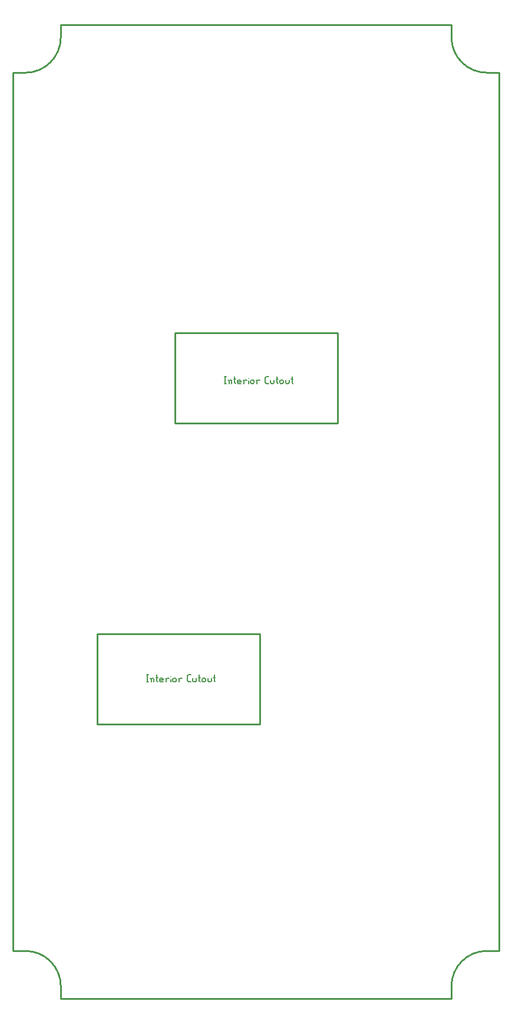
<source format=gbr>
G04 start of page 4 for group 2 idx 2 *
G04 Title: (unknown), outline *
G04 Creator: pcb 20140316 *
G04 CreationDate: Tue 22 Aug 2017 02:05:26 AM GMT UTC *
G04 For: railfan *
G04 Format: Gerber/RS-274X *
G04 PCB-Dimensions (mil): 2750.00 5500.00 *
G04 PCB-Coordinate-Origin: lower left *
%MOIN*%
%FSLAX25Y25*%
%LNOUTLINE*%
%ADD77C,0.0060*%
%ADD76C,0.0100*%
G54D76*X7000Y523000D02*X0D01*
X27000Y543000D02*Y550000D01*
X248000D01*
Y543000D01*
X268000Y523000D02*X275000D01*
X248000Y0D02*X27000D01*
Y7000D01*
X47500Y206000D02*Y155000D01*
X7000Y27000D02*X0D01*
Y523000D01*
X183500Y376000D02*Y325000D01*
X91500D01*
Y376000D01*
X183500D01*
X47500Y206000D02*X139500D01*
Y155000D01*
X47500D02*X139500D01*
X275000Y523000D02*Y27000D01*
X268000D01*
X248000Y7000D02*Y0D01*
X27000Y543000D02*G75*G02X7000Y523000I-20000J0D01*G01*
X268000D02*G75*G02X248000Y543000I0J20000D01*G01*
Y7000D02*G75*G02X268000Y27000I20000J0D01*G01*
X7000D02*G75*G02X27000Y7000I0J-20000D01*G01*
G54D77*X119500Y351500D02*X120500D01*
X120000D02*Y347500D01*
X119500D02*X120500D01*
X122200Y349000D02*Y347500D01*
Y349000D02*X122700Y349500D01*
X123200D01*
X123700Y349000D01*
Y347500D01*
X121700Y349500D02*X122200Y349000D01*
X125400Y351500D02*Y348000D01*
X125900Y347500D01*
X124900Y350000D02*X125900D01*
X127400Y347500D02*X128900D01*
X126900Y348000D02*X127400Y347500D01*
X126900Y349000D02*Y348000D01*
Y349000D02*X127400Y349500D01*
X128400D01*
X128900Y349000D01*
X126900Y348500D02*X128900D01*
Y349000D02*Y348500D01*
X130600Y349000D02*Y347500D01*
Y349000D02*X131100Y349500D01*
X132100D01*
X130100D02*X130600Y349000D01*
X133300Y350500D02*Y350400D01*
Y349000D02*Y347500D01*
X134300Y349000D02*Y348000D01*
Y349000D02*X134800Y349500D01*
X135800D01*
X136300Y349000D01*
Y348000D01*
X135800Y347500D02*X136300Y348000D01*
X134800Y347500D02*X135800D01*
X134300Y348000D02*X134800Y347500D01*
X138000Y349000D02*Y347500D01*
Y349000D02*X138500Y349500D01*
X139500D01*
X137500D02*X138000Y349000D01*
X143200Y347500D02*X144500D01*
X142500Y348200D02*X143200Y347500D01*
X142500Y350800D02*Y348200D01*
Y350800D02*X143200Y351500D01*
X144500D01*
X145700Y349500D02*Y348000D01*
X146200Y347500D01*
X147200D01*
X147700Y348000D01*
Y349500D02*Y348000D01*
X149400Y351500D02*Y348000D01*
X149900Y347500D01*
X148900Y350000D02*X149900D01*
X150900Y349000D02*Y348000D01*
Y349000D02*X151400Y349500D01*
X152400D01*
X152900Y349000D01*
Y348000D01*
X152400Y347500D02*X152900Y348000D01*
X151400Y347500D02*X152400D01*
X150900Y348000D02*X151400Y347500D01*
X154100Y349500D02*Y348000D01*
X154600Y347500D01*
X155600D01*
X156100Y348000D01*
Y349500D02*Y348000D01*
X157800Y351500D02*Y348000D01*
X158300Y347500D01*
X157300Y350000D02*X158300D01*
X75500Y183000D02*X76500D01*
X76000D02*Y179000D01*
X75500D02*X76500D01*
X78200Y180500D02*Y179000D01*
Y180500D02*X78700Y181000D01*
X79200D01*
X79700Y180500D01*
Y179000D01*
X77700Y181000D02*X78200Y180500D01*
X81400Y183000D02*Y179500D01*
X81900Y179000D01*
X80900Y181500D02*X81900D01*
X83400Y179000D02*X84900D01*
X82900Y179500D02*X83400Y179000D01*
X82900Y180500D02*Y179500D01*
Y180500D02*X83400Y181000D01*
X84400D01*
X84900Y180500D01*
X82900Y180000D02*X84900D01*
Y180500D02*Y180000D01*
X86600Y180500D02*Y179000D01*
Y180500D02*X87100Y181000D01*
X88100D01*
X86100D02*X86600Y180500D01*
X89300Y182000D02*Y181900D01*
Y180500D02*Y179000D01*
X90300Y180500D02*Y179500D01*
Y180500D02*X90800Y181000D01*
X91800D01*
X92300Y180500D01*
Y179500D01*
X91800Y179000D02*X92300Y179500D01*
X90800Y179000D02*X91800D01*
X90300Y179500D02*X90800Y179000D01*
X94000Y180500D02*Y179000D01*
Y180500D02*X94500Y181000D01*
X95500D01*
X93500D02*X94000Y180500D01*
X99200Y179000D02*X100500D01*
X98500Y179700D02*X99200Y179000D01*
X98500Y182300D02*Y179700D01*
Y182300D02*X99200Y183000D01*
X100500D01*
X101700Y181000D02*Y179500D01*
X102200Y179000D01*
X103200D01*
X103700Y179500D01*
Y181000D02*Y179500D01*
X105400Y183000D02*Y179500D01*
X105900Y179000D01*
X104900Y181500D02*X105900D01*
X106900Y180500D02*Y179500D01*
Y180500D02*X107400Y181000D01*
X108400D01*
X108900Y180500D01*
Y179500D01*
X108400Y179000D02*X108900Y179500D01*
X107400Y179000D02*X108400D01*
X106900Y179500D02*X107400Y179000D01*
X110100Y181000D02*Y179500D01*
X110600Y179000D01*
X111600D01*
X112100Y179500D01*
Y181000D02*Y179500D01*
X113800Y183000D02*Y179500D01*
X114300Y179000D01*
X113300Y181500D02*X114300D01*
M02*

</source>
